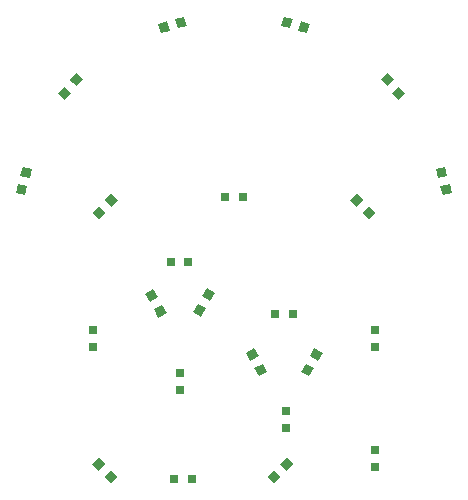
<source format=gtp>
%FSLAX46Y46*%
%MOIN*%
%ADD10R,0.0315X0.0315*%
%LPD*%
D10*
X641660Y537980D03*
Y597030D03*
X933200Y453860D03*
Y394800D03*
X1249270Y649450D03*
X1308330D03*
X1581660Y597030D03*
Y537980D03*
X1286660Y327030D03*
Y267980D03*
X1581660Y197030D03*
Y137980D03*
X971190Y97510D03*
X912130D03*
X900500Y820660D03*
X959550D03*
X1082130Y1037510D03*
X1141190D03*
G36*
X660780Y126120D02*
G01*
X638510Y148390D01*
X660780Y170660D01*
X683050Y148390D01*
X660780Y126120D01*
G37*
G36*
X702540Y84360D02*
X680270Y106630D01*
X702540Y128900D01*
X724810Y106630D01*
X702540Y84360D01*
G37*
G36*
X1207370Y483680D02*
X1223120Y456410D01*
X1195850Y440660D01*
X1180100Y467930D01*
X1207370Y483680D01*
G37*
G36*
X1177840Y534830D02*
X1193590Y507560D01*
X1166320Y491810D01*
X1150570Y519080D01*
X1177840Y534830D01*
G37*
G36*
X1334470Y456410D02*
X1350220Y483680D01*
X1377490Y467930D01*
X1361740Y440660D01*
X1334470Y456410D01*
G37*
G36*
X1364000Y507560D02*
X1379750Y534830D01*
X1407020Y519080D01*
X1391270Y491810D01*
X1364000Y507560D01*
G37*
G36*
X1005720Y707310D02*
X1021470Y734580D01*
X1048740Y718830D01*
X1032990Y691560D01*
X1005720Y707310D01*
G37*
G36*
X976190Y656160D02*
X991940Y683430D01*
X1019210Y667680D01*
X1003460Y640410D01*
X976190Y656160D01*
G37*
G36*
X871280Y680260D02*
X887030Y652990D01*
X859760Y637240D01*
X844010Y664510D01*
X871280Y680260D01*
G37*
G36*
X841750Y731410D02*
X857500Y704140D01*
X830230Y688390D01*
X814480Y715660D01*
X841750Y731410D01*
G37*
G36*
X638510Y986630D02*
X660780Y1008900D01*
X683050Y986630D01*
X660780Y964360D01*
X638510Y986630D01*
G37*
G36*
X680270Y1028390D02*
X702540Y1050660D01*
X724810Y1028390D01*
X702540Y1006120D01*
X680270Y1028390D01*
G37*
G36*
X438580Y1132160D02*
X430430Y1101750D01*
X400020Y1109900D01*
X408170Y1140310D01*
X438580Y1132160D01*
G37*
G36*
X423300Y1075110D02*
X415150Y1044700D01*
X384740Y1052850D01*
X392890Y1083260D01*
X423300Y1075110D01*
G37*
G36*
X569860Y1386830D02*
X549620Y1362710D01*
X525500Y1382950D01*
X545740Y1407070D01*
X569860Y1386830D01*
G37*
G36*
X607820Y1432070D02*
X587580Y1407950D01*
X563460Y1428190D01*
X583700Y1452310D01*
X607820Y1432070D01*
G37*
G36*
X897420Y1593730D02*
X867010Y1585580D01*
X858860Y1615990D01*
X889270Y1624140D01*
X897420Y1593730D01*
G37*
G36*
X954460Y1609020D02*
X924050Y1600870D01*
X915900Y1631280D01*
X946310Y1639430D01*
X954460Y1609020D01*
G37*
G36*
X1277010Y1639430D02*
X1307420Y1631280D01*
X1299270Y1600870D01*
X1268860Y1609020D01*
X1277010Y1639430D01*
G37*
G36*
X1334050Y1624140D02*
X1364460Y1615990D01*
X1356310Y1585580D01*
X1325900Y1593730D01*
X1334050Y1624140D01*
G37*
G36*
X1624620Y1452310D02*
X1644860Y1428190D01*
X1620740Y1407950D01*
X1600500Y1432070D01*
X1624620Y1452310D01*
G37*
G36*
X1662580Y1407070D02*
X1682820Y1382950D01*
X1658700Y1362710D01*
X1638460Y1386830D01*
X1662580Y1407070D01*
G37*
G36*
X1815150Y1140310D02*
X1823300Y1109900D01*
X1792890Y1101750D01*
X1784740Y1132160D01*
X1815150Y1140310D01*
G37*
G36*
X1830430Y1083260D02*
X1838580Y1052850D01*
X1808170Y1044700D01*
X1800020Y1075110D01*
X1830430Y1083260D01*
G37*
G36*
X1562540Y964360D02*
X1540270Y986630D01*
X1562540Y1008900D01*
X1584810Y986630D01*
X1562540Y964360D01*
G37*
G36*
X1520780Y1006120D02*
X1498510Y1028390D01*
X1520780Y1050660D01*
X1543050Y1028390D01*
X1520780Y1006120D01*
G37*
G36*
X1309810Y148390D02*
X1287540Y126120D01*
X1265270Y148390D01*
X1287540Y170660D01*
X1309810Y148390D01*
G37*
G36*
X1268050Y106630D02*
X1245780Y84360D01*
X1223510Y106630D01*
X1245780Y128900D01*
X1268050Y106630D01*
G37*
M02*

</source>
